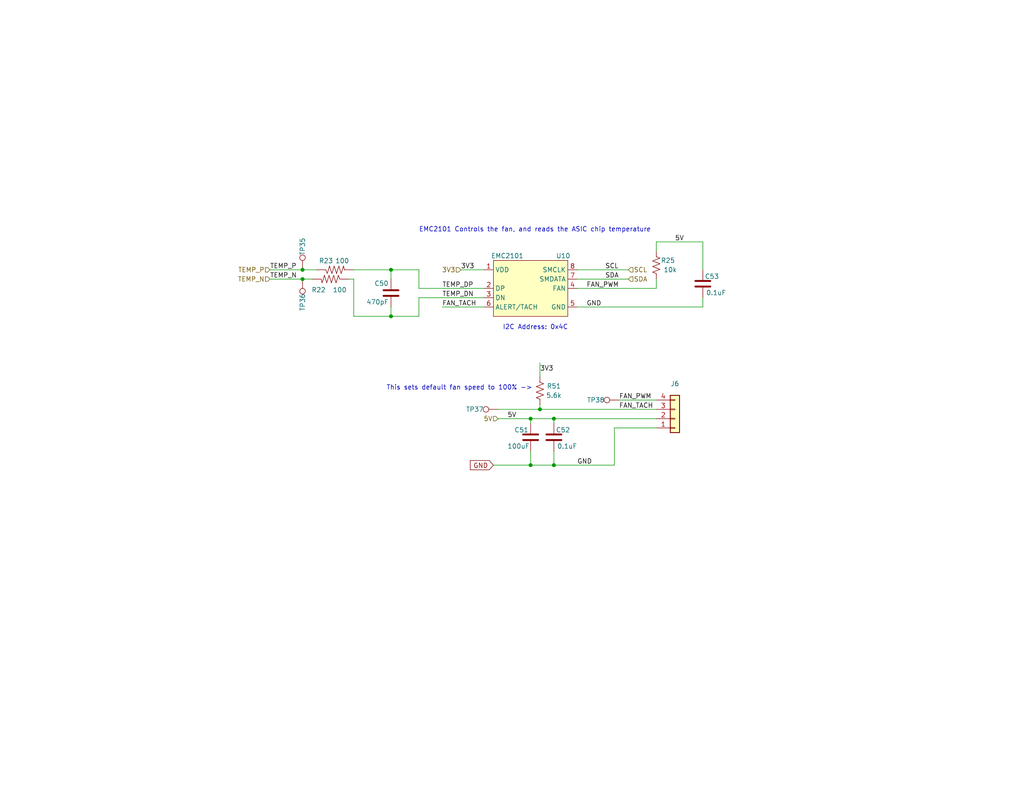
<source format=kicad_sch>
(kicad_sch (version 20250114) (generator "eeschema") (generator_version "9.0")
  (paper "A")
  (title_block (title "bitaxeGamma") (date "2025-04-29") (rev "603"))
  (lib_symbols
    (symbol "Connector:TestPoint" (pin_numbers (hide yes)) (pin_names (offset 0.762) (hide yes))
      (property "Reference" "TP" (at 0 6.858 0))
      (property "Value" "TestPoint" (at 0 5.08 0))
      (symbol "TestPoint_0_1"
        (circle (center 0 3.302) (radius 0.762))
      )
      (symbol "TestPoint_1_1"
        (pin passive line (at 0 0 90) (length 2.54) (name "1") (number "1"))
      )
    )
    (symbol "Connector_Generic:Conn_01x04" (pin_names (offset 1.016) (hide yes))
      (property "Reference" "J" (at 0 5.08 0))
      (property "Value" "Conn_01x04" (at 0 -7.62 0))
      (symbol "Conn_01x04_1_1"
        (rectangle (start -1.27 3.81) (end 1.27 -6.35) (stroke (width 0.254)) (fill (type background)))
        (rectangle (start -1.27 2.667) (end 0 2.413) (stroke (width 0.1524)))
        (rectangle (start -1.27 0.127) (end 0 -0.127) (stroke (width 0.1524)))
        (rectangle (start -1.27 -2.413) (end 0 -2.667) (stroke (width 0.1524)))
        (rectangle (start -1.27 -4.953) (end 0 -5.207) (stroke (width 0.1524)))
        (pin passive line (at -5.08 2.54 0) (length 3.81) (name "Pin_1") (number "1"))
        (pin passive line (at -5.08 0 0) (length 3.81) (name "Pin_2") (number "2"))
        (pin passive line (at -5.08 -2.54 0) (length 3.81) (name "Pin_3") (number "3"))
        (pin passive line (at -5.08 -5.08 0) (length 3.81) (name "Pin_4") (number "4"))
      )
    )
    (symbol "DayMiner-eagle-import:RESISTOR0402-RES"
      (property "Reference" "R" (at -3.81 1.4986 0))
      (property "Value" "RESISTOR0402-RES" (at -3.81 -3.302 0))
      (symbol "RESISTOR0402-RES_1_0"
        (polyline (pts (xy -2.54 0) (xy -2.159 1.016)) (stroke (width 0.1524)))
        (polyline (pts (xy -2.159 1.016) (xy -1.524 -1.016)) (stroke (width 0.1524)))
        (polyline (pts (xy -1.524 -1.016) (xy -0.889 1.016)) (stroke (width 0.1524)))
        (polyline (pts (xy -0.889 1.016) (xy -0.254 -1.016)) (stroke (width 0.1524)))
        (polyline (pts (xy -0.254 -1.016) (xy 0.381 1.016)) (stroke (width 0.1524)))
        (polyline (pts (xy 0.381 1.016) (xy 1.016 -1.016)) (stroke (width 0.1524)))
        (polyline (pts (xy 1.016 -1.016) (xy 1.651 1.016)) (stroke (width 0.1524)))
        (polyline (pts (xy 1.651 1.016) (xy 2.286 -1.016)) (stroke (width 0.1524)))
        (polyline (pts (xy 2.286 -1.016) (xy 2.54 0)) (stroke (width 0.1524)))
        (pin passive line (at -5.08 0 0) (length 2.54) (name "1") (number "1"))
        (pin passive line (at 5.08 0 180) (length 2.54) (name "2") (number "2"))
      )
    )
    (symbol "Device:C" (pin_numbers (hide yes)) (pin_names (offset 0.254))
      (property "Reference" "C" (at 0.635 2.54 0))
      (property "Value" "C" (at 0.635 -2.54 0))
      (symbol "C_0_1"
        (polyline (pts (xy -2.032 0.762) (xy 2.032 0.762)) (stroke (width 0.508)))
        (polyline (pts (xy -2.032 -0.762) (xy 2.032 -0.762)) (stroke (width 0.508)))
      )
      (symbol "C_1_1"
        (pin passive line (at 0 3.81 270) (length 2.794) (name "~") (number "1"))
        (pin passive line (at 0 -3.81 90) (length 2.794) (name "~") (number "2"))
      )
    )
    (symbol "Device:R_US" (pin_numbers (hide yes)) (pin_names (offset 0))
      (property "Reference" "R" (at 2.54 0 90))
      (property "Value" "R_US" (at -2.54 0 90))
      (symbol "R_US_0_1"
        (polyline (pts (xy 0 2.286) (xy 0 2.54)))
        (polyline (pts (xy 0 2.286) (xy 1.016 1.905) (xy 0 1.524) (xy -1.016 1.143) (xy 0 0.762)))
        (polyline (pts (xy 0 0.762) (xy 1.016 0.381) (xy 0 0) (xy -1.016 -0.381) (xy 0 -0.762)))
        (polyline (pts (xy 0 -0.762) (xy 1.016 -1.143) (xy 0 -1.524) (xy -1.016 -1.905) (xy 0 -2.286)))
        (polyline (pts (xy 0 -2.286) (xy 0 -2.54)))
      )
      (symbol "R_US_1_1"
        (pin passive line (at 0 3.81 270) (length 1.27) (name "~") (number "1"))
        (pin passive line (at 0 -3.81 90) (length 1.27) (name "~") (number "2"))
      )
    )
    (symbol "bitaxe:EMC2101"
      (property "Reference" "U7" (at 8.89 8.89 0))
      (property "Value" "EMC2101" (at -6.35 8.89 0))
      (symbol "EMC2101_0_1"
        (rectangle (start -10.16 7.62) (end 10.16 -7.62) (stroke (width 0.1524)) (fill (type background)))
      )
      (symbol "EMC2101_1_1"
        (pin power_in line (at -12.7 5.08 0) (length 2.54) (name "VDD") (number "1"))
        (pin input line (at -12.7 0 0) (length 2.54) (name "DP") (number "2"))
        (pin input line (at -12.7 -2.54 0) (length 2.54) (name "DN") (number "3"))
        (pin input line (at -12.7 -5.08 0) (length 2.54) (name "ALERT/TACH") (number "6"))
        (pin input line (at 12.7 5.08 180) (length 2.54) (name "SMCLK") (number "8"))
        (pin input line (at 12.7 2.54 180) (length 2.54) (name "SMDATA") (number "7"))
        (pin output line (at 12.7 0 180) (length 2.54) (name "FAN") (number "4"))
        (pin power_in line (at 12.7 -5.08 180) (length 2.54) (name "GND") (number "5"))
      )
    )
  )
  (text "EMC2101 Controls the fan, and reads the ASIC chip temperature" (at 114.3 63.5 0) (effects (font (size 1.27 1.27)) (justify left bottom)))
  (text "This sets default fan speed to 100% ->" (at 105.41 106.68 0) (effects (font (size 1.27 1.27)) (justify left bottom)))
  (text "I2C Address: 0x4C" (at 137.16 90.17 0) (effects (font (size 1.27 1.27)) (justify left bottom)))
  (junction (at 82.55 73.66))
  (junction (at 82.55 76.2))
  (junction (at 151.13 114.3))
  (junction (at 106.68 86.36))
  (junction (at 147.32 111.76))
  (junction (at 144.78 114.3))
  (junction (at 106.68 73.66))
  (junction (at 144.78 127))
  (junction (at 151.13 127))
  (wire (pts (xy 157.48 73.66) (xy 171.45 73.66)))
  (wire (pts (xy 144.78 123.19) (xy 144.78 127)))
  (wire (pts (xy 132.08 78.74) (xy 114.3 78.74)))
  (wire (pts (xy 151.13 127) (xy 167.64 127)))
  (wire (pts (xy 135.89 111.76) (xy 147.32 111.76)))
  (wire (pts (xy 144.78 127) (xy 151.13 127)))
  (wire (pts (xy 179.07 66.04) (xy 191.77 66.04)))
  (wire (pts (xy 167.64 116.84) (xy 167.64 127)))
  (wire (pts (xy 168.91 109.22) (xy 179.07 109.22)))
  (wire (pts (xy 120.65 83.82) (xy 132.08 83.82)))
  (wire (pts (xy 147.32 111.76) (xy 179.07 111.76)))
  (wire (pts (xy 157.48 76.2) (xy 171.45 76.2)))
  (wire (pts (xy 144.78 114.3) (xy 151.13 114.3)))
  (wire (pts (xy 114.3 81.28) (xy 114.3 86.36)))
  (wire (pts (xy 125.73 73.66) (xy 132.08 73.66)))
  (wire (pts (xy 191.77 81.28) (xy 191.77 83.82)))
  (wire (pts (xy 82.55 73.66) (xy 86.36 73.66)))
  (wire (pts (xy 191.77 66.04) (xy 191.77 73.66)))
  (wire (pts (xy 96.52 86.36) (xy 106.68 86.36)))
  (wire (pts (xy 179.07 66.04) (xy 179.07 68.58)))
  (wire (pts (xy 96.52 76.2) (xy 96.52 86.36)))
  (wire (pts (xy 151.13 114.3) (xy 179.07 114.3)))
  (wire (pts (xy 114.3 73.66) (xy 106.68 73.66)))
  (wire (pts (xy 151.13 114.3) (xy 151.13 115.57)))
  (wire (pts (xy 114.3 86.36) (xy 106.68 86.36)))
  (wire (pts (xy 179.07 78.74) (xy 179.07 76.2)))
  (wire (pts (xy 167.64 116.84) (xy 179.07 116.84)))
  (wire (pts (xy 96.52 76.2) (xy 95.25 76.2)))
  (wire (pts (xy 157.48 83.82) (xy 191.77 83.82)))
  (wire (pts (xy 82.55 76.2) (xy 85.09 76.2)))
  (wire (pts (xy 147.32 110.49) (xy 147.32 111.76)))
  (wire (pts (xy 132.08 81.28) (xy 114.3 81.28)))
  (wire (pts (xy 106.68 73.66) (xy 106.68 76.2)))
  (wire (pts (xy 157.48 78.74) (xy 179.07 78.74)))
  (wire (pts (xy 135.89 114.3) (xy 144.78 114.3)))
  (wire (pts (xy 134.62 127) (xy 144.78 127)))
  (wire (pts (xy 144.78 114.3) (xy 144.78 115.57)))
  (wire (pts (xy 114.3 78.74) (xy 114.3 73.66)))
  (wire (pts (xy 106.68 83.82) (xy 106.68 86.36)))
  (wire (pts (xy 73.66 76.2) (xy 82.55 76.2)))
  (wire (pts (xy 147.32 99.06) (xy 147.32 102.87)))
  (wire (pts (xy 106.68 73.66) (xy 96.52 73.66)))
  (wire (pts (xy 151.13 123.19) (xy 151.13 127)))
  (wire (pts (xy 73.66 73.66) (xy 82.55 73.66)))
  (label "5V" (at 184.15 66.04 0))
  (label "FAN_PWM" (at 160.02 78.74 0))
  (label "TEMP_DN" (at 120.65 81.28 0))
  (label "GND" (at 160.02 83.82 0))
  (label "TEMP_P" (at 73.66 73.66 0))
  (label "SCL" (at 165.1 73.66 0))
  (label "3V3" (at 147.32 101.6 0))
  (label "FAN_TACH" (at 120.65 83.82 0))
  (label "GND" (at 157.48 127 0))
  (label "FAN_PWM" (at 168.91 109.22 0))
  (label "3V3" (at 125.73 73.66 0))
  (label "5V" (at 138.43 114.3 0))
  (label "SDA" (at 165.1 76.2 0))
  (label "TEMP_DP" (at 120.65 78.74 0))
  (label "TEMP_N" (at 73.66 76.2 0))
  (label "FAN_TACH" (at 168.91 111.76 0))
  (global_label "GND" (shape input) (at 134.62 127 180) (property "Intersheetrefs" "${INTERSHEET_REFS}" (effects (hide yes))))
  (hierarchical_label "5V" (shape input) (at 135.89 114.3 180))
  (hierarchical_label "TEMP_P" (shape input) (at 73.66 73.66 180))
  (hierarchical_label "TEMP_N" (shape input) (at 73.66 76.2 180))
  (hierarchical_label "SCL" (shape input) (at 171.45 73.66 0))
  (hierarchical_label "3V3" (shape input) (at 125.73 73.66 180))
  (hierarchical_label "SDA" (shape input) (at 171.45 76.2 0))
  (symbol (lib_id "Connector:TestPoint") (at 168.91 109.22 90) (mirror x) (unit 1) (in_bom no)
    (property "Reference" "TP38" (at 162.56 109.22 90))
    (property "Value" "TestPoint" (effects (hide yes)))
    (property "Footprint" "TestPoint:TestPoint_Pad_D1.5mm" (effects (hide yes)))
  )
  (symbol (lib_id "Device:R_US") (at 147.32 106.68 180) (unit 1)
    (property "Reference" "R51" (at 151.13 105.41 0))
    (property "Value" "5.6k" (at 151.13 107.95 0))
    (property "Footprint" "Resistor_SMD:R_0402_1005Metric" (effects (hide yes)))
    (property "DK" "13-RC0402FR-135K6LCT-ND" (effects (hide yes)))
    (property "PARTNO" "RC0402FR-135K6L" (effects (hide yes)))
  )
  (symbol (lib_id "Device:C") (at 191.77 77.47 0) (mirror y) (unit 1)
    (property "Reference" "C53" (at 196.215 76.2 0) (effects (justify left bottom)))
    (property "Value" "0.1uF" (at 198.12 80.645 0) (effects (justify left bottom)))
    (property "Footprint" "Capacitor_SMD:C_0402_1005Metric" (effects (hide yes)))
    (property "DK" "1276-1234-1-ND" (effects (hide yes)))
    (property "PARTNO" "CL05A104KO5NNNC" (effects (hide yes)))
  )
  (symbol (lib_id "Device:C") (at 151.13 119.38 0) (mirror y) (unit 1)
    (property "Reference" "C52" (at 155.575 118.11 0) (effects (justify left bottom)))
    (property "Value" "0.1uF" (at 157.48 122.555 0) (effects (justify left bottom)))
    (property "Footprint" "Capacitor_SMD:C_0402_1005Metric" (effects (hide yes)))
    (property "DK" "1276-1234-1-ND" (effects (hide yes)))
    (property "PARTNO" "CL05A104KO5NNNC" (effects (hide yes)))
  )
  (symbol (lib_id "DayMiner-eagle-import:RESISTOR0402-RES") (at 90.17 76.2 0) (mirror y) (unit 1)
    (property "Reference" "R22" (at 88.9 79.88 0) (effects (justify left bottom)))
    (property "Value" "100" (at 94.615 79.88 0) (effects (justify left bottom)))
    (property "Footprint" "Resistor_SMD:R_0402_1005Metric" (effects (hide yes)))
    (property "DK" "311-100LRCT-ND" (effects (hide yes)))
    (property "PARTNO" "RC0402FR-07100RL" (effects (hide yes)))
  )
  (symbol (lib_id "Device:C") (at 106.68 80.01 0) (mirror y) (unit 1)
    (property "Reference" "C50" (at 106.045 78.105 0) (effects (justify left bottom)))
    (property "Value" "470pF" (at 106.045 83.185 0) (effects (justify left bottom)))
    (property "Footprint" "Capacitor_SMD:C_0402_1005Metric" (effects (hide yes)))
    (property "DK" "1276-1566-1-ND" (effects (hide yes)))
    (property "PARTNO" "CL05B471KB5NNNC" (effects (hide yes)))
  )
  (symbol (lib_id "Device:C") (at 144.78 119.38 0) (unit 1)
    (property "Reference" "C51" (at 140.335 118.11 0) (effects (justify left bottom)))
    (property "Value" "100uF" (at 138.43 122.555 0) (effects (justify left bottom)))
    (property "Footprint" "Capacitor_SMD:C_1206_3216Metric" (effects (hide yes)))
    (property "DK" "1276-1782-1-ND" (effects (hide yes)))
    (property "PARTNO" "CL31A107MQHNNNE" (effects (hide yes)))
  )
  (symbol (lib_id "Connector:TestPoint") (at 82.55 73.66 0) (unit 1) (in_bom no)
    (property "Reference" "TP35" (at 82.55 67.31 90))
    (property "Value" "TestPoint" (effects (hide yes)))
    (property "Footprint" "TestPoint:TestPoint_Pad_D1.5mm" (effects (hide yes)))
  )
  (symbol (lib_id "Connector_Generic:Conn_01x04") (at 184.15 114.3 0) (mirror x) (unit 1)
    (property "Reference" "J6" (at 184.15 104.775 0))
    (property "Value" "Conn_01x04" (effects (hide yes)))
    (property "Footprint" "bitaxe:470531000" (effects (hide yes)))
    (property "PARTNO" "0470531000" (effects (hide yes)))
    (property "DK" "WM4330-ND" (effects (hide yes)))
  )
  (symbol (lib_id "Connector:TestPoint") (at 82.55 76.2 180) (unit 1) (in_bom no)
    (property "Reference" "TP36" (at 82.55 82.55 90))
    (property "Value" "TestPoint" (effects (hide yes)))
    (property "Footprint" "TestPoint:TestPoint_Pad_D1.5mm" (effects (hide yes)))
  )
  (symbol (lib_id "DayMiner-eagle-import:RESISTOR0402-RES") (at 91.44 73.66 0) (mirror x) (unit 1)
    (property "Reference" "R23" (at 86.995 70.485 0) (effects (justify left bottom)))
    (property "Value" "100" (at 91.44 70.485 0) (effects (justify left bottom)))
    (property "Footprint" "Resistor_SMD:R_0402_1005Metric" (effects (hide yes)))
    (property "DK" "311-100LRCT-ND" (effects (hide yes)))
    (property "PARTNO" "RC0402FR-07100RL" (effects (hide yes)))
  )
  (symbol (lib_id "Connector:TestPoint") (at 135.89 111.76 90) (mirror x) (unit 1) (in_bom no)
    (property "Reference" "TP37" (at 129.54 111.76 90))
    (property "Value" "TestPoint" (effects (hide yes)))
    (property "Footprint" "TestPoint:TestPoint_Pad_D1.5mm" (effects (hide yes)))
  )
  (symbol (lib_id "Device:R_US") (at 179.07 72.39 180) (unit 1)
    (property "Reference" "R25" (at 182.245 71.12 0))
    (property "Value" "10k" (at 182.88 73.66 0))
    (property "Footprint" "Resistor_SMD:R_0402_1005Metric" (effects (hide yes)))
    (property "DK" "311-10KJRCT-ND" (effects (hide yes)))
    (property "PARTNO" "RC0402JR-0710KL" (effects (hide yes)))
  )
  (symbol (lib_id "bitaxe:EMC2101") (at 144.78 78.74 0) (unit 1)
    (property "Reference" "U10" (at 153.67 69.85 0))
    (property "Value" "EMC2101" (at 138.43 69.85 0))
    (property "Footprint" "Package_SO:TSSOP-8_3x3mm_P0.65mm" (effects (hide yes)))
    (property "Datasheet" "https://ww1.microchip.com/downloads/en/DeviceDoc/2101.pdf" (effects (hide yes)))
    (property "DK" "EMC2101-R-ACZL-CT-ND" (effects (hide yes)))
    (property "PARTNO" "EMC2101-R-ACZL-TR" (effects (hide yes)))
  )
)
</source>
